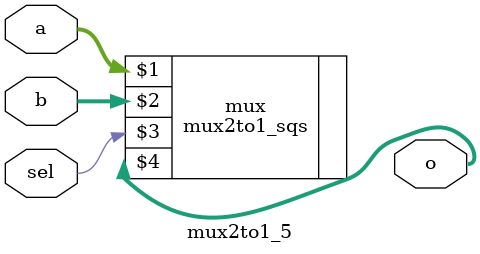
<source format=v>
`timescale 1ns / 1ps

module mux2to1_5(
	input [4:0] a,
	input [4:0] b,
	input sel,
	output [4:0] o
	);
	mux2to1_sqs #(5) mux(a, b, sel, o);
endmodule

</source>
